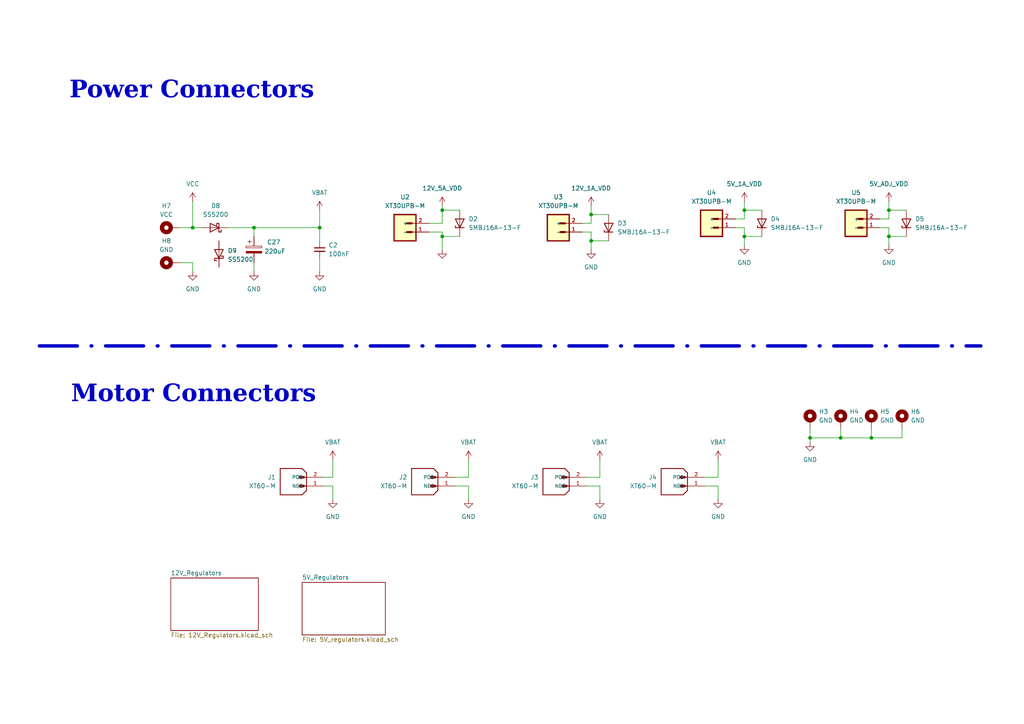
<source format=kicad_sch>
(kicad_sch (version 20250114) (generator "eeschema") (generator_version "9.0")
  (paper "A4")
  (title_block (title "Ters Akım Koruma Devresi ve Konnektörler") (date "2025-02-27") (rev "Rev1") (comment 3 "Yusuf Karaböcek") (comment 4 "Designed by"))
  (lib_symbols
    (symbol "Device:C_Polarized" (pin_numbers (hide yes)) (pin_names (offset 0.254))
      (property "Reference" "C" (at 0.635 2.54 0))
      (property "Value" "C_Polarized" (at 0.635 -2.54 0))
      (symbol "C_Polarized_0_1"
        (rectangle (start -2.286 0.508) (end 2.286 1.016))
        (polyline (pts (xy -1.778 2.286) (xy -0.762 2.286)))
        (polyline (pts (xy -1.27 2.794) (xy -1.27 1.778)))
        (rectangle (start 2.286 -0.508) (end -2.286 -1.016) (fill (type outline)))
      )
      (symbol "C_Polarized_1_1"
        (pin passive line (at 0 3.81 270) (length 2.794) (name "~") (number "1"))
        (pin passive line (at 0 -3.81 90) (length 2.794) (name "~") (number "2"))
      )
    )
    (symbol "Device:C_Small" (pin_numbers (hide yes)) (pin_names (offset 0.254) (hide yes))
      (property "Reference" "C" (at 0.254 1.778 0))
      (property "Value" "C_Small" (at 0.254 -2.032 0))
      (symbol "C_Small_0_1"
        (polyline (pts (xy -1.524 0.508) (xy 1.524 0.508)) (stroke (width 0.3048)))
        (polyline (pts (xy -1.524 -0.508) (xy 1.524 -0.508)) (stroke (width 0.3302)))
      )
      (symbol "C_Small_1_1"
        (pin passive line (at 0 2.54 270) (length 2.032) (name "~") (number "1"))
        (pin passive line (at 0 -2.54 90) (length 2.032) (name "~") (number "2"))
      )
    )
    (symbol "Device:D_Zener" (pin_numbers (hide yes)) (pin_names (offset 1.016) (hide yes))
      (property "Reference" "D" (at 0 2.54 0))
      (property "Value" "D_Zener" (at 0 -2.54 0))
      (symbol "D_Zener_0_1"
        (polyline (pts (xy -1.27 -1.27) (xy -1.27 1.27) (xy -0.762 1.27)) (stroke (width 0.254)))
        (polyline (pts (xy 1.27 0) (xy -1.27 0)))
        (polyline (pts (xy 1.27 -1.27) (xy 1.27 1.27) (xy -1.27 0) (xy 1.27 -1.27)) (stroke (width 0.254)))
      )
      (symbol "D_Zener_1_1"
        (pin passive line (at -3.81 0 0) (length 2.54) (name "K") (number "1"))
        (pin passive line (at 3.81 0 180) (length 2.54) (name "A") (number "2"))
      )
    )
    (symbol "Diode:B120-E3" (pin_numbers (hide yes)) (pin_names (hide yes))
      (property "Reference" "D" (at 0 2.54 0))
      (property "Value" "B120-E3" (at 0 -2.54 0))
      (symbol "B120-E3_0_1"
        (polyline (pts (xy -1.905 0.635) (xy -1.905 1.27) (xy -1.27 1.27) (xy -1.27 -1.27) (xy -0.635 -1.27) (xy -0.635 -0.635)) (stroke (width 0.254)))
        (polyline (pts (xy 1.27 1.27) (xy 1.27 -1.27) (xy -1.27 0) (xy 1.27 1.27)) (stroke (width 0.254)))
        (polyline (pts (xy 1.27 0) (xy -1.27 0)))
      )
      (symbol "B120-E3_1_1"
        (pin passive line (at -3.81 0 0) (length 2.54) (name "K") (number "1"))
        (pin passive line (at 3.81 0 180) (length 2.54) (name "A") (number "2"))
      )
    )
    (symbol "Mechanical:MountingHole_Pad" (pin_numbers (hide yes)) (pin_names (offset 1.016) (hide yes)) (in_bom no)
      (property "Reference" "H" (at 0 6.35 0))
      (property "Value" "MountingHole_Pad" (at 0 4.445 0))
      (symbol "MountingHole_Pad_0_1"
        (circle (center 0 1.27) (radius 1.27) (stroke (width 1.27)))
      )
      (symbol "MountingHole_Pad_1_1"
        (pin input line (at 0 -2.54 90) (length 2.54) (name "1") (number "1"))
      )
    )
    (symbol "Mechanical:MountingHole_Pad_MP" (pin_numbers (hide yes)) (pin_names (offset 1.016) (hide yes)) (exclude_from_sim yes) (in_bom no)
      (property "Reference" "H" (at 0 6.35 0))
      (property "Value" "MountingHole_Pad_MP" (at 0 4.445 0))
      (symbol "MountingHole_Pad_MP_0_1"
        (circle (center 0 1.27) (radius 1.27) (stroke (width 1.27)))
      )
      (symbol "MountingHole_Pad_MP_1_1"
        (pin input line (at 0 -2.54 90) (length 2.54) (name "MP") (number "MP"))
      )
    )
    (symbol "XT30UPB-M_1" (pin_names (offset 1.016))
      (property "Reference" "U5" (at 0.635 10.16 0))
      (property "Value" "XT30UPB-M" (at 0.635 7.62 0))
      (symbol "XT30UPB-M_1_0_0"
        (rectangle (start -2.54 -2.54) (end 3.81 5.08) (stroke (width 0.4064)) (fill (type background)))
        (polyline (pts (xy 1.27 2.54) (xy 2.54 2.54)) (stroke (width 0.6096)))
        (polyline (pts (xy 1.27 0) (xy 2.54 0)) (stroke (width 0.6096)))
      )
      (symbol "XT30UPB-M_1_1_0"
        (pin passive line (at 7.62 2.54 180) (length 5.08) (name "+") (number "2"))
        (pin passive line (at 7.62 0 180) (length 5.08) (name "-") (number "1"))
      )
    )
    (symbol "XT30UPB-M_2" (pin_names (offset 1.016))
      (property "Reference" "U3" (at 0.635 10.16 0))
      (property "Value" "XT30UPB-M" (at 0.635 7.62 0))
      (symbol "XT30UPB-M_2_0_0"
        (rectangle (start -2.54 -2.54) (end 3.81 5.08) (stroke (width 0.4064)) (fill (type background)))
        (polyline (pts (xy 1.27 2.54) (xy 2.54 2.54)) (stroke (width 0.6096)))
        (polyline (pts (xy 1.27 0) (xy 2.54 0)) (stroke (width 0.6096)))
      )
      (symbol "XT30UPB-M_2_1_0"
        (pin passive line (at 7.62 2.54 180) (length 5.08) (name "+") (number "2"))
        (pin passive line (at 7.62 0 180) (length 5.08) (name "-") (number "1"))
      )
    )
    (symbol "XT30UPB-M_3" (pin_names (offset 1.016))
      (property "Reference" "U2" (at 0.635 10.16 0))
      (property "Value" "XT30UPB-M" (at 0.635 7.62 0))
      (symbol "XT30UPB-M_3_0_0"
        (rectangle (start -2.54 -2.54) (end 3.81 5.08) (stroke (width 0.4064)) (fill (type background)))
        (polyline (pts (xy 1.27 2.54) (xy 2.54 2.54)) (stroke (width 0.6096)))
        (polyline (pts (xy 1.27 0) (xy 2.54 0)) (stroke (width 0.6096)))
      )
      (symbol "XT30UPB-M_3_1_0"
        (pin passive line (at 7.62 2.54 180) (length 5.08) (name "+") (number "2"))
        (pin passive line (at 7.62 0 180) (length 5.08) (name "-") (number "1"))
      )
    )
    (symbol "XT30UPB-M_4" (pin_names (offset 1.016))
      (property "Reference" "U4" (at 0.635 10.16 0))
      (property "Value" "XT30UPB-M" (at 0.635 7.62 0))
      (symbol "XT30UPB-M_4_0_0"
        (rectangle (start -2.54 -2.54) (end 3.81 5.08) (stroke (width 0.4064)) (fill (type background)))
        (polyline (pts (xy 1.27 2.54) (xy 2.54 2.54)) (stroke (width 0.6096)))
        (polyline (pts (xy 1.27 0) (xy 2.54 0)) (stroke (width 0.6096)))
      )
      (symbol "XT30UPB-M_4_1_0"
        (pin passive line (at 7.62 2.54 180) (length 5.08) (name "+") (number "2"))
        (pin passive line (at 7.62 0 180) (length 5.08) (name "-") (number "1"))
      )
    )
    (symbol "XT60-M_1" (pin_names (offset 1.016))
      (property "Reference" "J1" (at 8.89 2.5401 0))
      (property "Value" "XT60-M" (at 8.89 0.0001 0))
      (symbol "XT60-M_1_0_0"
        (polyline (pts (xy 0 3.81) (xy 0 2.54)) (stroke (width 0.254)))
        (polyline (pts (xy 0 3.81) (xy 1.27 5.08)) (stroke (width 0.254)))
        (polyline (pts (xy 0 2.54) (xy 0 -1.27)) (stroke (width 0.254)))
        (polyline (pts (xy 0 2.54) (xy 1.905 2.54)) (stroke (width 0.254)))
        (polyline (pts (xy 0 0) (xy 1.905 0)) (stroke (width 0.254)))
        (polyline (pts (xy 0 -1.27) (xy 1.27 -2.54)) (stroke (width 0.254)))
        (rectangle (start 0.635 2.2225) (end 2.2225 2.8575) (stroke (width 0.1)) (fill (type outline)))
        (rectangle (start 0.635 -0.3175) (end 2.2225 0.3175) (stroke (width 0.1)) (fill (type outline)))
        (polyline (pts (xy 1.27 -2.54) (xy 7.62 -2.54)) (stroke (width 0.254)))
        (polyline (pts (xy 7.62 5.08) (xy 1.27 5.08)) (stroke (width 0.254)))
        (polyline (pts (xy 7.62 -2.54) (xy 7.62 5.08)) (stroke (width 0.254)))
      )
      (symbol "XT60-M_1_1_0"
        (pin passive line (at -5.08 2.54 0) (length 5.08) (name "POS") (number "2"))
        (pin passive line (at -5.08 0 0) (length 5.08) (name "NEG") (number "1"))
      )
    )
    (symbol "power:GND" (power) (pin_numbers (hide yes)) (pin_names (offset 0) (hide yes))
      (property "Value" "GND" (at 0 -3.81 0))
      (symbol "GND_0_1"
        (polyline (pts (xy 0 0) (xy 0 -1.27) (xy 1.27 -1.27) (xy 0 -2.54) (xy -1.27 -1.27) (xy 0 -1.27)))
      )
      (symbol "GND_1_1"
        (pin power_in line (at 0 0 270) (length 0) (name "~") (number "1"))
      )
    )
    (symbol "power:VDD" (power) (pin_numbers (hide yes)) (pin_names (offset 0) (hide yes))
      (property "Value" "VDD" (at 0 3.556 0))
      (symbol "VDD_0_1"
        (polyline (pts (xy -0.762 1.27) (xy 0 2.54)))
        (polyline (pts (xy 0 2.54) (xy 0.762 1.27)))
        (polyline (pts (xy 0 0) (xy 0 2.54)))
      )
      (symbol "VDD_1_1"
        (pin power_in line (at 0 0 90) (length 0) (name "~") (number "1"))
      )
    )
  )
  (text "Power Connectors\n" (at 55.626 27.686 0) (effects (font (size 5 5) (thickness 1.4) (bold yes))))
  (text "Motor Connectors\n" (at 56.134 115.824 0) (effects (font (size 5 5) (thickness 1.4) (bold yes))))
  (junction (at 92.71 66.04))
  (junction (at 128.27 68.58))
  (junction (at 257.81 68.58))
  (junction (at 234.95 127))
  (junction (at 257.81 60.96))
  (junction (at 215.9 68.58))
  (junction (at 243.84 127))
  (junction (at 128.27 60.96))
  (junction (at 252.73 127))
  (junction (at 215.9 60.96))
  (junction (at 55.88 66.04))
  (junction (at 171.45 69.85))
  (junction (at 171.45 62.23))
  (junction (at 73.66 66.04))
  (wire (pts (xy 55.88 76.2) (xy 55.88 78.74)))
  (wire (pts (xy 135.89 138.43) (xy 135.89 133.35)))
  (wire (pts (xy 208.28 138.43) (xy 208.28 133.35)))
  (wire (pts (xy 93.98 138.43) (xy 96.52 138.43)))
  (wire (pts (xy 173.99 138.43) (xy 173.99 133.35)))
  (wire (pts (xy 234.95 127) (xy 234.95 128.27)))
  (wire (pts (xy 73.66 76.2) (xy 73.66 78.74)))
  (wire (pts (xy 128.27 60.96) (xy 133.35 60.96)))
  (wire (pts (xy 128.27 68.58) (xy 128.27 72.39)))
  (wire (pts (xy 252.73 124.46) (xy 252.73 127)))
  (wire (pts (xy 73.66 66.04) (xy 66.04 66.04)))
  (wire (pts (xy 257.81 66.04) (xy 257.81 68.58)))
  (wire (pts (xy 171.45 67.31) (xy 171.45 69.85)))
  (wire (pts (xy 171.45 62.23) (xy 171.45 64.77)))
  (wire (pts (xy 128.27 67.31) (xy 128.27 68.58)))
  (wire (pts (xy 55.88 58.42) (xy 55.88 66.04)))
  (wire (pts (xy 204.47 138.43) (xy 208.28 138.43)))
  (wire (pts (xy 257.81 68.58) (xy 257.81 71.12)))
  (wire (pts (xy 92.71 60.96) (xy 92.71 66.04)))
  (wire (pts (xy 52.07 76.2) (xy 55.88 76.2)))
  (wire (pts (xy 243.84 124.46) (xy 243.84 127)))
  (wire (pts (xy 255.27 66.04) (xy 257.81 66.04)))
  (wire (pts (xy 92.71 69.85) (xy 92.71 66.04)))
  (wire (pts (xy 171.45 69.85) (xy 176.53 69.85)))
  (wire (pts (xy 92.71 66.04) (xy 73.66 66.04)))
  (wire (pts (xy 168.91 64.77) (xy 171.45 64.77)))
  (wire (pts (xy 257.81 58.42) (xy 257.81 60.96)))
  (wire (pts (xy 52.07 66.04) (xy 55.88 66.04)))
  (wire (pts (xy 261.62 127) (xy 252.73 127)))
  (wire (pts (xy 93.98 140.97) (xy 96.52 140.97)))
  (wire (pts (xy 213.36 63.5) (xy 215.9 63.5)))
  (wire (pts (xy 204.47 140.97) (xy 208.28 140.97)))
  (wire (pts (xy 170.18 138.43) (xy 173.99 138.43)))
  (wire (pts (xy 132.08 140.97) (xy 135.89 140.97)))
  (wire (pts (xy 73.66 68.58) (xy 73.66 66.04)))
  (wire (pts (xy 215.9 66.04) (xy 215.9 68.58)))
  (wire (pts (xy 96.52 140.97) (xy 96.52 144.78)))
  (wire (pts (xy 124.46 67.31) (xy 128.27 67.31)))
  (wire (pts (xy 208.28 140.97) (xy 208.28 144.78)))
  (wire (pts (xy 261.62 124.46) (xy 261.62 127)))
  (wire (pts (xy 215.9 58.42) (xy 215.9 60.96)))
  (wire (pts (xy 243.84 127) (xy 234.95 127)))
  (wire (pts (xy 252.73 127) (xy 243.84 127)))
  (wire (pts (xy 96.52 138.43) (xy 96.52 133.35)))
  (polyline (pts (xy 11.43 100.33) (xy 284.48 100.33)) (stroke (width 1) (type dash_dot)))
  (wire (pts (xy 213.36 66.04) (xy 215.9 66.04)))
  (wire (pts (xy 128.27 59.69) (xy 128.27 60.96)))
  (wire (pts (xy 215.9 68.58) (xy 215.9 71.12)))
  (wire (pts (xy 55.88 66.04) (xy 58.42 66.04)))
  (wire (pts (xy 128.27 60.96) (xy 128.27 64.77)))
  (wire (pts (xy 257.81 68.58) (xy 262.89 68.58)))
  (wire (pts (xy 257.81 60.96) (xy 257.81 63.5)))
  (wire (pts (xy 171.45 62.23) (xy 176.53 62.23)))
  (wire (pts (xy 92.71 74.93) (xy 92.71 78.74)))
  (wire (pts (xy 171.45 59.69) (xy 171.45 62.23)))
  (wire (pts (xy 257.81 60.96) (xy 262.89 60.96)))
  (wire (pts (xy 215.9 60.96) (xy 220.98 60.96)))
  (wire (pts (xy 170.18 140.97) (xy 173.99 140.97)))
  (wire (pts (xy 234.95 124.46) (xy 234.95 127)))
  (wire (pts (xy 124.46 64.77) (xy 128.27 64.77)))
  (wire (pts (xy 215.9 68.58) (xy 220.98 68.58)))
  (wire (pts (xy 173.99 140.97) (xy 173.99 144.78)))
  (wire (pts (xy 255.27 63.5) (xy 257.81 63.5)))
  (wire (pts (xy 135.89 140.97) (xy 135.89 144.78)))
  (wire (pts (xy 168.91 67.31) (xy 171.45 67.31)))
  (wire (pts (xy 215.9 60.96) (xy 215.9 63.5)))
  (wire (pts (xy 171.45 69.85) (xy 171.45 72.39)))
  (wire (pts (xy 128.27 68.58) (xy 133.35 68.58)))
  (wire (pts (xy 132.08 138.43) (xy 135.89 138.43)))
  (symbol (lib_id "power:VDD") (at 128.27 59.69 0) (unit 1)
    (property "Reference" "#PWR07" (effects (hide yes)))
    (property "Value" "12V_5A_VDD" (at 128.27 54.61 0))
    (property "Description" "Power symbol creates a global label with name \"VDD\"" (effects (hide yes)))
  )
  (symbol (lib_id "power:GND") (at 55.88 78.74 0) (unit 1)
    (property "Reference" "#PWR01" (effects (hide yes)))
    (property "Value" "GND" (at 55.88 83.82 0))
    (property "Description" "Power symbol creates a global label with name \"GND\" , ground" (effects (hide yes)))
  )
  (symbol (lib_id "power:GND") (at 208.28 144.78 0) (unit 1)
    (property "Reference" "#PWR016" (effects (hide yes)))
    (property "Value" "GND" (at 208.28 149.86 0))
    (property "Description" "Power symbol creates a global label with name \"GND\" , ground" (effects (hide yes)))
  )
  (symbol (lib_id "power:VDD") (at 171.45 59.69 0) (unit 1)
    (property "Reference" "#PWR013" (effects (hide yes)))
    (property "Value" "12V_1A_VDD" (at 171.45 54.61 0))
    (property "Description" "Power symbol creates a global label with name \"VDD\"" (effects (hide yes)))
  )
  (symbol (lib_name "XT60-M_1") (lib_id "XT60-M:XT60-M") (at 199.39 140.97 0) (mirror y) (unit 1)
    (property "Reference" "J4" (at 190.5 138.4299 0) (effects (justify left)))
    (property "Value" "XT60-M" (at 190.5 140.9699 0) (effects (justify left)))
    (property "Footprint" "Connector_AMASS:AMASS_XT60-F_1x02_P7.20mm_Vertical" (effects (hide yes)))
    (property "MF" "AMASS" (effects (hide yes)))
    (property "MAXIMUM_PACKAGE_HEIGHT" "16.00 mm" (effects (hide yes)))
    (property "Package" "Package" (effects (hide yes)))
    (property "Price" "None" (effects (hide yes)))
    (property "Check_prices" "https://www.snapeda.com/parts/XT60-M/AMASS/view-part/?ref=eda" (effects (hide yes)))
    (property "STANDARD" "IPC 7351B" (effects (hide yes)))
    (property "PARTREV" "V1.2" (effects (hide yes)))
    (property "SnapEDA_Link" "https://www.snapeda.com/parts/XT60-M/AMASS/view-part/?ref=snap" (effects (hide yes)))
    (property "MP" "XT60-M" (effects (hide yes)))
    (property "Description_1" "\n                        \n                            Plug; DC supply; XT60; male; PIN: 2; for cable; soldered; 30A; 500V\n                        \n" (effects (hide yes)))
    (property "Availability" "Not in stock" (effects (hide yes)))
    (property "MANUFACTURER" "AMASS" (effects (hide yes)))
  )
  (symbol (lib_id "power:VDD") (at 96.52 133.35 0) (unit 1)
    (property "Reference" "#PWR05" (effects (hide yes)))
    (property "Value" "VBAT" (at 96.52 128.27 0))
    (property "Description" "Power symbol creates a global label with name \"VDD\"" (effects (hide yes)))
  )
  (symbol (lib_id "Device:C_Small") (at 92.71 72.39 0) (unit 1)
    (property "Reference" "C2" (at 95.25 71.1262 0) (effects (justify left)))
    (property "Value" "100nF" (at 95.25 73.6662 0) (effects (justify left)))
    (property "Footprint" "Capacitor_SMD:C_1206_3216Metric" (effects (hide yes)))
    (property "Description" "Unpolarized capacitor, small symbol" (effects (hide yes)))
  )
  (symbol (lib_id "power:VDD") (at 135.89 133.35 0) (unit 1)
    (property "Reference" "#PWR09" (effects (hide yes)))
    (property "Value" "VBAT" (at 135.89 128.27 0))
    (property "Description" "Power symbol creates a global label with name \"VDD\"" (effects (hide yes)))
  )
  (symbol (lib_id "Device:D_Zener") (at 133.35 64.77 90) (unit 1)
    (property "Reference" "D2" (at 135.89 63.4999 90) (effects (justify right)))
    (property "Value" "SMBJ16A-13-F" (at 135.89 66.0399 90) (effects (justify right)))
    (property "Footprint" "Diode_SMD:D_SMA" (effects (hide yes)))
    (property "Description" "Zener diode" (effects (hide yes)))
  )
  (symbol (lib_name "XT60-M_1") (lib_id "XT60-M:XT60-M") (at 127 140.97 0) (mirror y) (unit 1)
    (property "Reference" "J2" (at 118.11 138.4299 0) (effects (justify left)))
    (property "Value" "XT60-M" (at 118.11 140.9699 0) (effects (justify left)))
    (property "Footprint" "Connector_AMASS:AMASS_XT60-F_1x02_P7.20mm_Vertical" (effects (hide yes)))
    (property "MF" "AMASS" (effects (hide yes)))
    (property "MAXIMUM_PACKAGE_HEIGHT" "16.00 mm" (effects (hide yes)))
    (property "Package" "Package" (effects (hide yes)))
    (property "Price" "None" (effects (hide yes)))
    (property "Check_prices" "https://www.snapeda.com/parts/XT60-M/AMASS/view-part/?ref=eda" (effects (hide yes)))
    (property "STANDARD" "IPC 7351B" (effects (hide yes)))
    (property "PARTREV" "V1.2" (effects (hide yes)))
    (property "SnapEDA_Link" "https://www.snapeda.com/parts/XT60-M/AMASS/view-part/?ref=snap" (effects (hide yes)))
    (property "MP" "XT60-M" (effects (hide yes)))
    (property "Description_1" "\n                        \n                            Plug; DC supply; XT60; male; PIN: 2; for cable; soldered; 30A; 500V\n                        \n" (effects (hide yes)))
    (property "Availability" "Not in stock" (effects (hide yes)))
    (property "MANUFACTURER" "AMASS" (effects (hide yes)))
  )
  (symbol (lib_id "power:GND") (at 215.9 71.12 0) (unit 1)
    (property "Reference" "#PWR018" (effects (hide yes)))
    (property "Value" "GND" (at 215.9 76.2 0))
    (property "Description" "Power symbol creates a global label with name \"GND\" , ground" (effects (hide yes)))
  )
  (symbol (lib_id "power:VDD") (at 215.9 58.42 0) (unit 1)
    (property "Reference" "#PWR017" (effects (hide yes)))
    (property "Value" "5V_1A_VDD" (at 215.9 53.34 0))
    (property "Description" "Power symbol creates a global label with name \"VDD\"" (effects (hide yes)))
  )
  (symbol (lib_id "power:GND") (at 171.45 72.39 0) (unit 1)
    (property "Reference" "#PWR014" (effects (hide yes)))
    (property "Value" "GND" (at 171.45 77.47 0))
    (property "Description" "Power symbol creates a global label with name \"GND\" , ground" (effects (hide yes)))
  )
  (symbol (lib_id "Device:D_Zener") (at 262.89 64.77 90) (unit 1)
    (property "Reference" "D5" (at 265.43 63.4999 90) (effects (justify right)))
    (property "Value" "SMBJ16A-13-F" (at 265.43 66.0399 90) (effects (justify right)))
    (property "Footprint" "Diode_SMD:D_SMA" (effects (hide yes)))
    (property "Description" "Zener diode" (effects (hide yes)))
  )
  (symbol (lib_name "XT30UPB-M_3") (lib_id "XT30UPB-M:XT30UPB-M") (at 116.84 67.31 0) (unit 1)
    (property "Reference" "U2" (at 117.475 57.15 0))
    (property "Value" "XT30UPB-M" (at 117.475 59.69 0))
    (property "Footprint" "Connector_AMASS:AMASS_XT30UPB-M_1x02_P5.0mm_Vertical" (effects (hide yes)))
    (property "MF" "amass" (effects (hide yes)))
    (property "Description_1" "\n                        \n                            Socket; DC supply; XT30; male; PIN: 2; on PCBs; THT; yellow; 15A; 500V\n                        \n" (effects (hide yes)))
    (property "Package" "None" (effects (hide yes)))
    (property "Price" "None" (effects (hide yes)))
    (property "SnapEDA_Link" "https://www.snapeda.com/parts/XT30UPB-M/AMASS/view-part/?ref=snap" (effects (hide yes)))
    (property "MP" "XT30UPB-M" (effects (hide yes)))
    (property "Availability" "Not in stock" (effects (hide yes)))
    (property "Check_prices" "https://www.snapeda.com/parts/XT30UPB-M/AMASS/view-part/?ref=eda" (effects (hide yes)))
  )
  (symbol (lib_id "power:GND") (at 257.81 71.12 0) (unit 1)
    (property "Reference" "#PWR020" (effects (hide yes)))
    (property "Value" "GND" (at 257.81 76.2 0))
    (property "Description" "Power symbol creates a global label with name \"GND\" , ground" (effects (hide yes)))
  )
  (symbol (lib_id "power:VDD") (at 173.99 133.35 0) (unit 1)
    (property "Reference" "#PWR011" (effects (hide yes)))
    (property "Value" "VBAT" (at 173.99 128.27 0))
    (property "Description" "Power symbol creates a global label with name \"VDD\"" (effects (hide yes)))
  )
  (symbol (lib_id "power:GND") (at 73.66 78.74 0) (unit 1)
    (property "Reference" "#PWR02" (effects (hide yes)))
    (property "Value" "GND" (at 73.66 83.82 0))
    (property "Description" "Power symbol creates a global label with name \"GND\" , ground" (effects (hide yes)))
  )
  (symbol (lib_id "Device:D_Zener") (at 176.53 66.04 90) (unit 1)
    (property "Reference" "D3" (at 179.07 64.7699 90) (effects (justify right)))
    (property "Value" "SMBJ16A-13-F" (at 179.07 67.3099 90) (effects (justify right)))
    (property "Footprint" "Diode_SMD:D_SMA" (effects (hide yes)))
    (property "Description" "Zener diode" (effects (hide yes)))
  )
  (symbol (lib_id "Diode:B120-E3") (at 63.5 73.66 90) (unit 1)
    (property "Reference" "D9" (at 66.04 72.7074 90) (effects (justify right)))
    (property "Value" "SS5200" (at 66.04 75.2474 90) (effects (justify right)))
    (property "Footprint" "Diode_SMD:D_SMA" (effects (hide yes)))
    (property "Datasheet" "http://www.vishay.com/docs/88946/b120.pdf" (effects (hide yes)))
    (property "Description" "20V 1A Schottky Barrier Rectifier Diode, SMA(DO-214AC)" (effects (hide yes)))
  )
  (symbol (lib_id "Mechanical:MountingHole_Pad_MP") (at 234.95 121.92 0) (unit 1) (exclude_from_sim yes) (in_bom no)
    (property "Reference" "H3" (at 237.49 119.3799 0) (effects (justify left)))
    (property "Value" "GND" (at 237.49 121.9199 0) (effects (justify left)))
    (property "Footprint" "MountingHole:MountingHole_3.2mm_M3_ISO14580" (effects (hide yes)))
    (property "Description" "Mounting Hole with connection as pad named MP" (effects (hide yes)))
  )
  (symbol (lib_id "Diode:B120-E3") (at 62.23 66.04 180) (unit 1)
    (property "Reference" "D8" (at 62.5475 59.69 0))
    (property "Value" "SS5200" (at 62.5475 62.23 0))
    (property "Footprint" "Diode_SMD:D_SMA" (effects (hide yes)))
    (property "Datasheet" "http://www.vishay.com/docs/88946/b120.pdf" (effects (hide yes)))
    (property "Description" "20V 1A Schottky Barrier Rectifier Diode, SMA(DO-214AC)" (effects (hide yes)))
  )
  (symbol (lib_id "power:VDD") (at 257.81 58.42 0) (unit 1)
    (property "Reference" "#PWR019" (effects (hide yes)))
    (property "Value" "5V_ADJ_VDD" (at 257.81 53.34 0))
    (property "Description" "Power symbol creates a global label with name \"VDD\"" (effects (hide yes)))
  )
  (symbol (lib_id "Mechanical:MountingHole_Pad_MP") (at 261.62 121.92 0) (unit 1) (exclude_from_sim yes) (in_bom no)
    (property "Reference" "H6" (at 264.16 119.3799 0) (effects (justify left)))
    (property "Value" "GND" (at 264.16 121.9199 0) (effects (justify left)))
    (property "Footprint" "MountingHole:MountingHole_3.2mm_M3_ISO14580" (effects (hide yes)))
    (property "Description" "Mounting Hole with connection as pad named MP" (effects (hide yes)))
  )
  (symbol (lib_id "Device:C_Polarized") (at 73.66 72.39 0) (unit 1)
    (property "Reference" "C27" (at 77.47 70.2309 0) (effects (justify left)))
    (property "Value" "220uF" (at 76.708 72.898 0) (effects (justify left)))
    (property "Footprint" "Capacitor_Tantalum_SMD:CP_EIA-7343-43_Kemet-X_HandSolder" (effects (hide yes)))
    (property "Description" "Polarized capacitor" (effects (hide yes)))
  )
  (symbol (lib_name "XT30UPB-M_1") (lib_id "XT30UPB-M:XT30UPB-M") (at 247.65 66.04 0) (unit 1)
    (property "Reference" "U5" (at 248.285 55.88 0))
    (property "Value" "XT30UPB-M" (at 248.285 58.42 0))
    (property "Footprint" "Connector_AMASS:AMASS_XT30UPB-M_1x02_P5.0mm_Vertical" (effects (hide yes)))
    (property "MF" "amass" (effects (hide yes)))
    (property "Description_1" "\n                        \n                            Socket; DC supply; XT30; male; PIN: 2; on PCBs; THT; yellow; 15A; 500V\n                        \n" (effects (hide yes)))
    (property "Package" "None" (effects (hide yes)))
    (property "Price" "None" (effects (hide yes)))
    (property "SnapEDA_Link" "https://www.snapeda.com/parts/XT30UPB-M/AMASS/view-part/?ref=snap" (effects (hide yes)))
    (property "MP" "XT30UPB-M" (effects (hide yes)))
    (property "Availability" "Not in stock" (effects (hide yes)))
    (property "Check_prices" "https://www.snapeda.com/parts/XT30UPB-M/AMASS/view-part/?ref=eda" (effects (hide yes)))
  )
  (symbol (lib_id "power:GND") (at 92.71 78.74 0) (unit 1)
    (property "Reference" "#PWR04" (effects (hide yes)))
    (property "Value" "GND" (at 92.71 83.82 0))
    (property "Description" "Power symbol creates a global label with name \"GND\" , ground" (effects (hide yes)))
  )
  (symbol (lib_id "power:GND") (at 234.95 128.27 0) (unit 1)
    (property "Reference" "#PWR050" (effects (hide yes)))
    (property "Value" "GND" (at 234.95 133.35 0))
    (property "Description" "Power symbol creates a global label with name \"GND\" , ground" (effects (hide yes)))
  )
  (symbol (lib_name "XT30UPB-M_2") (lib_id "XT30UPB-M:XT30UPB-M") (at 161.29 67.31 0) (unit 1)
    (property "Reference" "U3" (at 161.925 57.15 0))
    (property "Value" "XT30UPB-M" (at 161.925 59.69 0))
    (property "Footprint" "Connector_AMASS:AMASS_XT30UPB-M_1x02_P5.0mm_Vertical" (effects (hide yes)))
    (property "MF" "amass" (effects (hide yes)))
    (property "Description_1" "\n                        \n                            Socket; DC supply; XT30; male; PIN: 2; on PCBs; THT; yellow; 15A; 500V\n                        \n" (effects (hide yes)))
    (property "Package" "None" (effects (hide yes)))
    (property "Price" "None" (effects (hide yes)))
    (property "SnapEDA_Link" "https://www.snapeda.com/parts/XT30UPB-M/AMASS/view-part/?ref=snap" (effects (hide yes)))
    (property "MP" "XT30UPB-M" (effects (hide yes)))
    (property "Availability" "Not in stock" (effects (hide yes)))
    (property "Check_prices" "https://www.snapeda.com/parts/XT30UPB-M/AMASS/view-part/?ref=eda" (effects (hide yes)))
  )
  (symbol (lib_id "power:GND") (at 173.99 144.78 0) (unit 1)
    (property "Reference" "#PWR012" (effects (hide yes)))
    (property "Value" "GND" (at 173.99 149.86 0))
    (property "Description" "Power symbol creates a global label with name \"GND\" , ground" (effects (hide yes)))
  )
  (symbol (lib_id "power:GND") (at 96.52 144.78 0) (unit 1)
    (property "Reference" "#PWR06" (effects (hide yes)))
    (property "Value" "GND" (at 96.52 149.86 0))
    (property "Description" "Power symbol creates a global label with name \"GND\" , ground" (effects (hide yes)))
  )
  (symbol (lib_name "XT30UPB-M_4") (lib_id "XT30UPB-M:XT30UPB-M") (at 205.74 66.04 0) (unit 1)
    (property "Reference" "U4" (at 206.375 55.88 0))
    (property "Value" "XT30UPB-M" (at 206.375 58.42 0))
    (property "Footprint" "Connector_AMASS:AMASS_XT30UPB-M_1x02_P5.0mm_Vertical" (effects (hide yes)))
    (property "MF" "amass" (effects (hide yes)))
    (property "Description_1" "\n                        \n                            Socket; DC supply; XT30; male; PIN: 2; on PCBs; THT; yellow; 15A; 500V\n                        \n" (effects (hide yes)))
    (property "Package" "None" (effects (hide yes)))
    (property "Price" "None" (effects (hide yes)))
    (property "SnapEDA_Link" "https://www.snapeda.com/parts/XT30UPB-M/AMASS/view-part/?ref=snap" (effects (hide yes)))
    (property "MP" "XT30UPB-M" (effects (hide yes)))
    (property "Availability" "Not in stock" (effects (hide yes)))
    (property "Check_prices" "https://www.snapeda.com/parts/XT30UPB-M/AMASS/view-part/?ref=eda" (effects (hide yes)))
  )
  (symbol (lib_id "Mechanical:MountingHole_Pad") (at 49.53 76.2 90) (unit 1) (in_bom no)
    (property "Reference" "H8" (at 48.26 69.85 90))
    (property "Value" "GND" (at 48.26 72.39 90))
    (property "Footprint" "MountingHole:MountingHole_4.3mm_M4_Pad_TopOnly" (effects (hide yes)))
    (property "Description" "Mounting Hole with connection" (effects (hide yes)))
  )
  (symbol (lib_name "XT60-M_1") (lib_id "XT60-M:XT60-M") (at 88.9 140.97 0) (mirror y) (unit 1)
    (property "Reference" "J1" (at 80.01 138.4299 0) (effects (justify left)))
    (property "Value" "XT60-M" (at 80.01 140.9699 0) (effects (justify left)))
    (property "Footprint" "Connector_AMASS:AMASS_XT60-F_1x02_P7.20mm_Vertical" (effects (hide yes)))
    (property "MF" "AMASS" (effects (hide yes)))
    (property "MAXIMUM_PACKAGE_HEIGHT" "16.00 mm" (effects (hide yes)))
    (property "Package" "Package" (effects (hide yes)))
    (property "Price" "None" (effects (hide yes)))
    (property "Check_prices" "https://www.snapeda.com/parts/XT60-M/AMASS/view-part/?ref=eda" (effects (hide yes)))
    (property "STANDARD" "IPC 7351B" (effects (hide yes)))
    (property "PARTREV" "V1.2" (effects (hide yes)))
    (property "SnapEDA_Link" "https://www.snapeda.com/parts/XT60-M/AMASS/view-part/?ref=snap" (effects (hide yes)))
    (property "MP" "XT60-M" (effects (hide yes)))
    (property "Description_1" "\n                        \n                            Plug; DC supply; XT60; male; PIN: 2; for cable; soldered; 30A; 500V\n                        \n" (effects (hide yes)))
    (property "Availability" "Not in stock" (effects (hide yes)))
    (property "MANUFACTURER" "AMASS" (effects (hide yes)))
  )
  (symbol (lib_id "power:VDD") (at 92.71 60.96 0) (unit 1)
    (property "Reference" "#PWR03" (effects (hide yes)))
    (property "Value" "VBAT" (at 92.71 55.88 0))
    (property "Description" "Power symbol creates a global label with name \"VDD\"" (effects (hide yes)))
  )
  (symbol (lib_id "Mechanical:MountingHole_Pad") (at 49.53 66.04 90) (unit 1) (in_bom no)
    (property "Reference" "H7" (at 48.26 59.69 90))
    (property "Value" "VCC" (at 48.26 62.23 90))
    (property "Footprint" "MountingHole:MountingHole_4.3mm_M4_Pad_TopOnly" (effects (hide yes)))
    (property "Description" "Mounting Hole with connection" (effects (hide yes)))
  )
  (symbol (lib_id "power:VDD") (at 208.28 133.35 0) (unit 1)
    (property "Reference" "#PWR015" (effects (hide yes)))
    (property "Value" "VBAT" (at 208.28 128.27 0))
    (property "Description" "Power symbol creates a global label with name \"VDD\"" (effects (hide yes)))
  )
  (symbol (lib_id "power:VDD") (at 55.88 58.42 0) (unit 1)
    (property "Reference" "#PWR049" (effects (hide yes)))
    (property "Value" "VCC" (at 55.88 53.34 0))
    (property "Description" "Power symbol creates a global label with name \"VDD\"" (effects (hide yes)))
  )
  (symbol (lib_id "power:GND") (at 128.27 72.39 0) (unit 1)
    (property "Reference" "#PWR08" (effects (hide yes)))
    (property "Value" "GND" (effects (hide yes)))
    (property "Description" "Power symbol creates a global label with name \"GND\" , ground" (effects (hide yes)))
  )
  (symbol (lib_id "Device:D_Zener") (at 220.98 64.77 90) (unit 1)
    (property "Reference" "D4" (at 223.52 63.4999 90) (effects (justify right)))
    (property "Value" "SMBJ16A-13-F" (at 223.52 66.0399 90) (effects (justify right)))
    (property "Footprint" "Diode_SMD:D_SMA" (effects (hide yes)))
    (property "Description" "Zener diode" (effects (hide yes)))
  )
  (symbol (lib_id "Mechanical:MountingHole_Pad_MP") (at 252.73 121.92 0) (unit 1) (exclude_from_sim yes) (in_bom no)
    (property "Reference" "H5" (at 255.27 119.3799 0) (effects (justify left)))
    (property "Value" "GND" (at 255.27 121.9199 0) (effects (justify left)))
    (property "Footprint" "MountingHole:MountingHole_3.2mm_M3_ISO14580" (effects (hide yes)))
    (property "Description" "Mounting Hole with connection as pad named MP" (effects (hide yes)))
  )
  (symbol (lib_name "XT60-M_1") (lib_id "XT60-M:XT60-M") (at 165.1 140.97 0) (mirror y) (unit 1)
    (property "Reference" "J3" (at 156.21 138.4299 0) (effects (justify left)))
    (property "Value" "XT60-M" (at 156.21 140.9699 0) (effects (justify left)))
    (property "Footprint" "Connector_AMASS:AMASS_XT60-F_1x02_P7.20mm_Vertical" (effects (hide yes)))
    (property "MF" "AMASS" (effects (hide yes)))
    (property "MAXIMUM_PACKAGE_HEIGHT" "16.00 mm" (effects (hide yes)))
    (property "Package" "Package" (effects (hide yes)))
    (property "Price" "None" (effects (hide yes)))
    (property "Check_prices" "https://www.snapeda.com/parts/XT60-M/AMASS/view-part/?ref=eda" (effects (hide yes)))
    (property "STANDARD" "IPC 7351B" (effects (hide yes)))
    (property "PARTREV" "V1.2" (effects (hide yes)))
    (property "SnapEDA_Link" "https://www.snapeda.com/parts/XT60-M/AMASS/view-part/?ref=snap" (effects (hide yes)))
    (property "MP" "XT60-M" (effects (hide yes)))
    (property "Description_1" "\n                        \n                            Plug; DC supply; XT60; male; PIN: 2; for cable; soldered; 30A; 500V\n                        \n" (effects (hide yes)))
    (property "Availability" "Not in stock" (effects (hide yes)))
    (property "MANUFACTURER" "AMASS" (effects (hide yes)))
  )
  (symbol (lib_id "power:GND") (at 135.89 144.78 0) (unit 1)
    (property "Reference" "#PWR010" (effects (hide yes)))
    (property "Value" "GND" (at 135.89 149.86 0))
    (property "Description" "Power symbol creates a global label with name \"GND\" , ground" (effects (hide yes)))
  )
  (symbol (lib_id "Mechanical:MountingHole_Pad_MP") (at 243.84 121.92 0) (unit 1) (exclude_from_sim yes) (in_bom no)
    (property "Reference" "H4" (at 246.38 119.3799 0) (effects (justify left)))
    (property "Value" "GND" (at 246.38 121.9199 0) (effects (justify left)))
    (property "Footprint" "MountingHole:MountingHole_3.2mm_M3_ISO14580" (effects (hide yes)))
    (property "Description" "Mounting Hole with connection as pad named MP" (effects (hide yes)))
  )
  (sheet (at 87.63 168.91) (size 24.13 15.24) (stroke (width 0.1524))
    (property "Sheetname" "5V_Regulators" (at 87.63 168.1984 0) (effects (justify left bottom)))
    (property "Sheetfile" "5V_regulators.kicad_sch" (at 87.63 184.7346 0) (effects (justify left top)))
  )
  (sheet (at 49.53 167.64) (size 25.4 15.24) (stroke (width 0.1524))
    (property "Sheetname" "12V_Regulators" (at 49.53 166.9284 0) (effects (justify left bottom)))
    (property "Sheetfile" "12V_Regulators.kicad_sch" (at 49.53 183.4646 0) (effects (justify left top)))
  )
)
</source>
